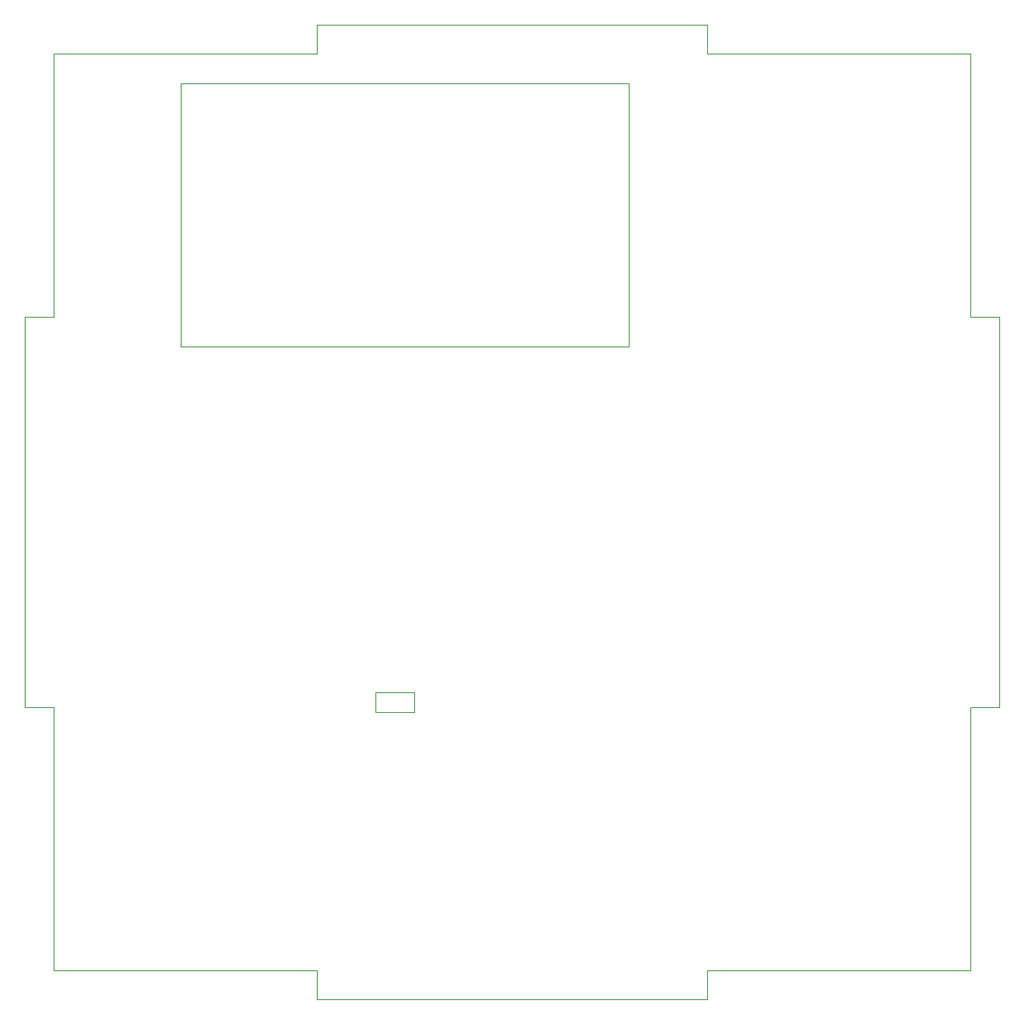
<source format=gbr>
%TF.GenerationSoftware,KiCad,Pcbnew,(5.1.6)-1*%
%TF.CreationDate,2020-10-02T15:43:25+02:00*%
%TF.ProjectId,netzteilegeregelt,6e65747a-7465-4696-9c65-676572656765,rev?*%
%TF.SameCoordinates,Original*%
%TF.FileFunction,Profile,NP*%
%FSLAX46Y46*%
G04 Gerber Fmt 4.6, Leading zero omitted, Abs format (unit mm)*
G04 Created by KiCad (PCBNEW (5.1.6)-1) date 2020-10-02 15:43:25*
%MOMM*%
%LPD*%
G01*
G04 APERTURE LIST*
%TA.AperFunction,Profile*%
%ADD10C,0.050000*%
%TD*%
%TA.AperFunction,Profile*%
%ADD11C,0.120000*%
%TD*%
G04 APERTURE END LIST*
D10*
X66000000Y-83000000D02*
X66000000Y-56000000D01*
X112000000Y-83000000D02*
X66000000Y-83000000D01*
X112000000Y-56000000D02*
X112000000Y-83000000D01*
X66000000Y-56000000D02*
X112000000Y-56000000D01*
X53000000Y-120000000D02*
X50000000Y-120000000D01*
X53000000Y-147000000D02*
X53000000Y-120000000D01*
X80000000Y-147000000D02*
X80000000Y-150000000D01*
X53000000Y-147000000D02*
X80000000Y-147000000D01*
X147000000Y-120000000D02*
X150000000Y-120000000D01*
X147000000Y-147000000D02*
X147000000Y-120000000D01*
X120000000Y-147000000D02*
X120000000Y-150000000D01*
X147000000Y-147000000D02*
X120000000Y-147000000D01*
X147000000Y-80000000D02*
X150000000Y-80000000D01*
X147000000Y-53000000D02*
X147000000Y-80000000D01*
X120000000Y-53000000D02*
X120000000Y-50000000D01*
X147000000Y-53000000D02*
X120000000Y-53000000D01*
X80000000Y-53000000D02*
X80000000Y-50000000D01*
X53000000Y-53000000D02*
X80000000Y-53000000D01*
X53000000Y-80000000D02*
X50000000Y-80000000D01*
X53000000Y-53000000D02*
X53000000Y-80000000D01*
X50000000Y-120000000D02*
X50000000Y-80000000D01*
X120000000Y-150000000D02*
X80000000Y-150000000D01*
X150000000Y-80000000D02*
X150000000Y-120000000D01*
X80000000Y-50000000D02*
X120000000Y-50000000D01*
D11*
%TO.C,R1*%
X88000000Y-120500000D02*
X86000000Y-120500000D01*
X86000000Y-120500000D02*
X86000000Y-118500000D01*
X86000000Y-118500000D02*
X90000000Y-118500000D01*
X90000000Y-118500000D02*
X90000000Y-120500000D01*
X90000000Y-120500000D02*
X88000000Y-120500000D01*
%TD*%
M02*

</source>
